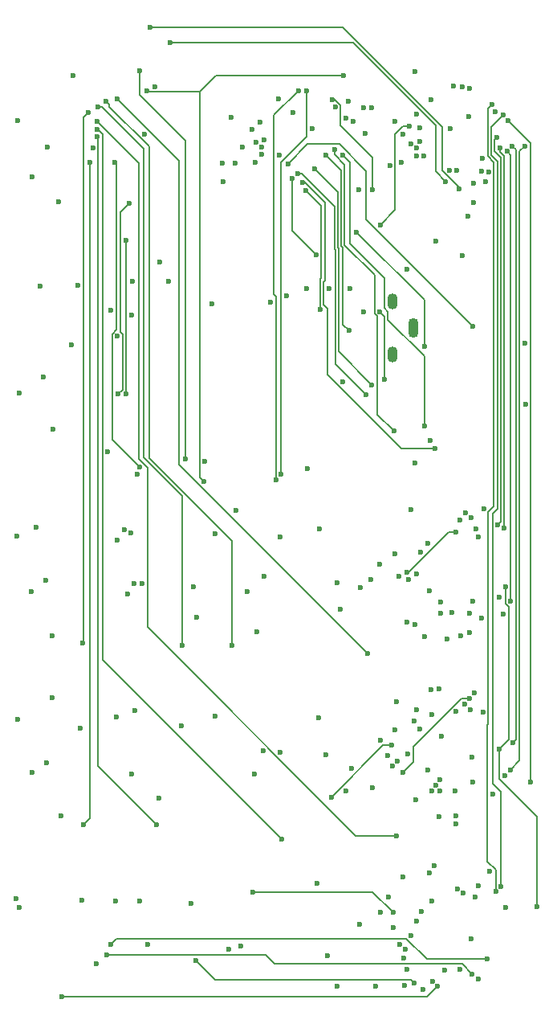
<source format=gbr>
%TF.GenerationSoftware,KiCad,Pcbnew,(5.1.8)-1*%
%TF.CreationDate,2021-07-31T20:08:39-05:00*%
%TF.ProjectId,DSKY_led_display,44534b59-5f6c-4656-945f-646973706c61,rev?*%
%TF.SameCoordinates,Original*%
%TF.FileFunction,Copper,L3,Inr*%
%TF.FilePolarity,Positive*%
%FSLAX46Y46*%
G04 Gerber Fmt 4.6, Leading zero omitted, Abs format (unit mm)*
G04 Created by KiCad (PCBNEW (5.1.8)-1) date 2021-07-31 20:08:39*
%MOMM*%
%LPD*%
G01*
G04 APERTURE LIST*
%TA.AperFunction,ComponentPad*%
%ADD10O,1.100000X2.100000*%
%TD*%
%TA.AperFunction,ComponentPad*%
%ADD11O,1.100000X1.700000*%
%TD*%
%TA.AperFunction,ViaPad*%
%ADD12C,0.600000*%
%TD*%
%TA.AperFunction,Conductor*%
%ADD13C,0.200000*%
%TD*%
G04 APERTURE END LIST*
D10*
%TO.N,N/C*%
%TO.C,J1*%
X80400000Y-67400000D03*
D11*
X78250000Y-64600000D03*
X78250000Y-70200000D03*
%TD*%
D12*
%TO.N,GND*%
X52100000Y-47000000D03*
X69800000Y-46400000D03*
X67700000Y-44700000D03*
X84300000Y-46400000D03*
X86300000Y-45100000D03*
X86500000Y-131700000D03*
X83400000Y-110400000D03*
X86600000Y-112600000D03*
%TO.N,+3V3*%
X72977000Y-73027800D03*
X65348000Y-64632300D03*
X59200000Y-64817400D03*
%TO.N,g0bus0*%
X80592900Y-40334300D03*
%TO.N,g0bus2*%
X74056300Y-45602800D03*
%TO.N,g1bus0*%
X83822000Y-51929100D03*
X54746200Y-37327500D03*
%TO.N,g1bus3*%
X85246400Y-52735900D03*
X52685500Y-35696400D03*
%TO.N,g0bus3*%
X73333500Y-45250100D03*
%TO.N,g1bus1*%
X84212100Y-50761000D03*
%TO.N,g1bus2*%
X84968700Y-50803000D03*
X44563200Y-40827100D03*
%TO.N,g0bus1*%
X76046800Y-44184700D03*
%TO.N,g0bus6*%
X72180500Y-44127600D03*
X75320300Y-46870300D03*
%TO.N,g0bus5*%
X73552400Y-43511300D03*
X78500700Y-45581800D03*
%TO.N,g0bus4*%
X75171900Y-44199100D03*
%TO.N,g0bus7*%
X71923900Y-43338600D03*
X76126500Y-52797500D03*
%TO.N,dbus0*%
X66188000Y-43241700D03*
%TO.N,dbus7*%
X63844200Y-47773100D03*
%TO.N,dbus5*%
X63449300Y-46501700D03*
%TO.N,dbus12*%
X66312500Y-49153500D03*
%TO.N,dbus1*%
X61212600Y-45170800D03*
%TO.N,dbus8*%
X64693900Y-47561500D03*
X38660700Y-45518200D03*
%TO.N,dbus6*%
X62429500Y-48335200D03*
X46632800Y-48418100D03*
%TO.N,dbus13*%
X41798800Y-48322800D03*
X61676900Y-50020700D03*
%TO.N,dbus2*%
X60275600Y-50040300D03*
%TO.N,dbus9*%
X64446100Y-48311900D03*
X40227100Y-51418400D03*
%TO.N,dbus4*%
X64235500Y-45687700D03*
%TO.N,dbus11*%
X63730400Y-49938800D03*
%TO.N,dbus3*%
X60360400Y-51997000D03*
%TO.N,dbus10*%
X64446100Y-49062300D03*
X43046600Y-54059900D03*
%TO.N,g2bus0*%
X85618900Y-59773000D03*
%TO.N,g2bus3*%
X86808600Y-54150900D03*
%TO.N,g3bus0*%
X87732900Y-49516700D03*
X53720500Y-60405600D03*
%TO.N,g3bus3*%
X88096100Y-51937100D03*
X41031300Y-62994900D03*
%TO.N,g2bus1*%
X86177500Y-55585900D03*
%TO.N,g2bus2*%
X86745400Y-52159100D03*
%TO.N,g3bus1*%
X87624000Y-50890700D03*
X54586900Y-62498100D03*
%TO.N,g3bus2*%
X45071300Y-62916400D03*
X88386700Y-50919700D03*
%TO.N,ebus0*%
X67203700Y-50086300D03*
X86742100Y-67222000D03*
%TO.N,ebus7*%
X75163600Y-65648200D03*
%TO.N,fbus0*%
X82257100Y-43307500D03*
X49199700Y-68250100D03*
%TO.N,fbus7*%
X80153800Y-47946800D03*
%TO.N,ebus5*%
X71580100Y-63206600D03*
X92190000Y-68940800D03*
%TO.N,ebus12*%
X74459100Y-57313100D03*
X81588500Y-69359400D03*
%TO.N,ebus1*%
X67641200Y-51606600D03*
X70160600Y-59653700D03*
%TO.N,ebus8*%
X73731700Y-63206600D03*
%TO.N,fbus5*%
X81085300Y-46275600D03*
X74649500Y-52793200D03*
%TO.N,fbus12*%
X44346200Y-69110100D03*
X82781700Y-58197800D03*
%TO.N,fbus1*%
X77944200Y-50253300D03*
%TO.N,fbus8*%
X81152900Y-47726500D03*
%TO.N,ebus6*%
X70047400Y-50592500D03*
X76048700Y-73367800D03*
%TO.N,ebus13*%
X76898700Y-65654300D03*
X77404800Y-72767000D03*
%TO.N,fbus6*%
X79198200Y-49956000D03*
%TO.N,fbus13*%
X41363000Y-72536300D03*
X79793400Y-61172700D03*
%TO.N,ebus2*%
X68202300Y-51088700D03*
X75414100Y-74436800D03*
%TO.N,ebus9*%
X71176400Y-49148400D03*
X73620000Y-67658900D03*
%TO.N,ebus4*%
X69090900Y-52858200D03*
X70637800Y-65454900D03*
X92257200Y-75396000D03*
%TO.N,ebus11*%
X72981500Y-49191400D03*
X81588300Y-77711500D03*
%TO.N,fbus2*%
X80771600Y-44824600D03*
X50109900Y-58160800D03*
X50109900Y-74297100D03*
%TO.N,fbus9*%
X80799500Y-48434500D03*
X38875600Y-74243500D03*
%TO.N,fbus4*%
X80040400Y-46145500D03*
X76973300Y-56501000D03*
%TO.N,fbus11*%
X81549400Y-49241300D03*
X50837100Y-62492900D03*
%TO.N,ebus3*%
X68761500Y-52027200D03*
X82739500Y-80079500D03*
%TO.N,ebus10*%
X72104800Y-48613400D03*
X78362300Y-78233000D03*
%TO.N,fbus3*%
X79315600Y-46977400D03*
%TO.N,fbus10*%
X80799100Y-49213400D03*
X42394900Y-78038100D03*
%TO.N,g4bus0*%
X80635000Y-81572500D03*
X48485000Y-65485400D03*
%TO.N,g4bus1*%
X69217900Y-82225500D03*
X50702400Y-66045200D03*
%TO.N,g4bus2*%
X48901100Y-49933800D03*
X51558000Y-82021600D03*
%TO.N,g4bus3*%
X50427000Y-54244800D03*
X49318100Y-74294800D03*
%TO.N,abus0*%
X87843600Y-86446900D03*
%TO.N,abus7*%
X80167900Y-86529400D03*
%TO.N,abus14*%
X81211600Y-91000200D03*
X61721300Y-86592400D03*
%TO.N,abus21*%
X78877400Y-93510100D03*
X50631400Y-88987900D03*
%TO.N,abus28*%
X84480900Y-97303100D03*
X40627700Y-88402000D03*
%TO.N,sabus0*%
X89575600Y-48419400D03*
X90042200Y-88477900D03*
%TO.N,abus5*%
X85355600Y-87633400D03*
%TO.N,abus1*%
X87296100Y-89359800D03*
%TO.N,abus12*%
X81924800Y-90039200D03*
%TO.N,abus19*%
X80779700Y-93310000D03*
X66375100Y-89417600D03*
%TO.N,abus8*%
X70538900Y-88551600D03*
%TO.N,abus15*%
X78473300Y-91191700D03*
X59483000Y-89010400D03*
%TO.N,abus26*%
X81583700Y-99878500D03*
%TO.N,abus33*%
X86690000Y-96179900D03*
X49937900Y-88581700D03*
%TO.N,abus22*%
X82127500Y-95068100D03*
X49227900Y-89742100D03*
%TO.N,abus29*%
X83985800Y-100142500D03*
X38620300Y-89342900D03*
%TO.N,abus6*%
X84909900Y-88860000D03*
X79781800Y-93110500D03*
%TO.N,sabus1*%
X89217500Y-47322800D03*
X89341700Y-88097200D03*
%TO.N,abus13*%
X76903700Y-92265900D03*
%TO.N,abus20*%
X79961800Y-93862200D03*
X64670100Y-93548900D03*
%TO.N,abus27*%
X83311100Y-97450600D03*
X51832400Y-94270000D03*
%TO.N,abus34*%
X87629700Y-97952700D03*
X41666900Y-93965500D03*
%TO.N,abus2*%
X87021000Y-88518800D03*
%TO.N,abus4*%
X85939400Y-86803700D03*
%TO.N,abus9*%
X72404900Y-94248200D03*
%TO.N,abus16*%
X62929000Y-95180700D03*
%TO.N,abus11*%
X75971200Y-93842300D03*
%TO.N,abus18*%
X72707700Y-97033300D03*
%TO.N,abus23*%
X79735700Y-98332400D03*
X50299600Y-95409000D03*
%TO.N,abus30*%
X85393800Y-99764500D03*
X40107400Y-95164700D03*
%TO.N,abus25*%
X83336400Y-96205700D03*
X57271300Y-94598400D03*
%TO.N,abus32*%
X86363100Y-97391500D03*
X50935900Y-94274400D03*
%TO.N,abus3*%
X86510600Y-87339500D03*
%TO.N,sabus2*%
X90328100Y-48743000D03*
X90721600Y-96185800D03*
%TO.N,abus10*%
X74858100Y-94697500D03*
%TO.N,abus17*%
X63905100Y-99410600D03*
%TO.N,abus24*%
X80620200Y-98595100D03*
X57610300Y-97818400D03*
%TO.N,abus31*%
X86383200Y-99487500D03*
X42293300Y-99770900D03*
%TO.N,g5bus0*%
X49167200Y-43209200D03*
X75594300Y-101647600D03*
%TO.N,g5bus1*%
X48000000Y-43500000D03*
X61290900Y-100802700D03*
%TO.N,g5bus2*%
X47200000Y-44049500D03*
X56046000Y-100796700D03*
%TO.N,g5bus3*%
X46111800Y-44714200D03*
X45554600Y-100583400D03*
%TO.N,bbus0*%
X82301800Y-105440600D03*
%TO.N,sbbus0*%
X90878500Y-48222700D03*
X90939000Y-111080200D03*
%TO.N,bbus7*%
X83119100Y-105409800D03*
%TO.N,bbus14*%
X78663900Y-106710600D03*
%TO.N,bbus21*%
X78768800Y-112979200D03*
X51080200Y-107644100D03*
%TO.N,bbus28*%
X82369700Y-116161700D03*
X42372900Y-106283400D03*
%TO.N,bbus5*%
X86831400Y-105819300D03*
%TO.N,bbus1*%
X87774000Y-107817800D03*
X80503700Y-108783800D03*
%TO.N,bbus12*%
X80782100Y-107611200D03*
%TO.N,bbus19*%
X79862100Y-112211500D03*
%TO.N,bbus8*%
X70427700Y-108448100D03*
%TO.N,bbus15*%
X78486400Y-109714500D03*
X59497300Y-108263400D03*
%TO.N,bbus26*%
X82787600Y-115512600D03*
X55945500Y-109289000D03*
%TO.N,bbus33*%
X86732000Y-115210100D03*
X45312400Y-109527000D03*
%TO.N,bbus22*%
X78244200Y-113545900D03*
X49086500Y-108314400D03*
%TO.N,bbus29*%
X84801600Y-116161300D03*
X38710500Y-108619400D03*
%TO.N,sbbus1*%
X92172100Y-48199600D03*
X90656700Y-113908600D03*
%TO.N,bbus6*%
X84963000Y-107793500D03*
X81961300Y-113909900D03*
%TO.N,bbus13*%
X81129200Y-109593500D03*
%TO.N,bbus20*%
X77750900Y-112453700D03*
X66384100Y-112112400D03*
%TO.N,bbus27*%
X83199800Y-116161700D03*
%TO.N,bbus34*%
X88851400Y-116444000D03*
X41712500Y-113160600D03*
%TO.N,bbus2*%
X86358400Y-106444100D03*
X79369800Y-114207400D03*
%TO.N,bbus4*%
X85861100Y-107033700D03*
%TO.N,bbus9*%
X71213700Y-112302200D03*
%TO.N,bbus16*%
X76951200Y-110836800D03*
X64586100Y-111947300D03*
%TO.N,bbus11*%
X82349900Y-108095400D03*
%TO.N,bbus18*%
X73892600Y-113796900D03*
%TO.N,bbus23*%
X76091400Y-115823700D03*
X50758600Y-114359600D03*
%TO.N,bbus30*%
X83116500Y-118880800D03*
X40196900Y-114207400D03*
%TO.N,bbus25*%
X83254600Y-114918200D03*
X63674300Y-114337900D03*
%TO.N,bbus32*%
X84964200Y-119604600D03*
%TO.N,sbbus2*%
X90429200Y-45531600D03*
X92835900Y-115174300D03*
%TO.N,bbus3*%
X86465000Y-107559300D03*
%TO.N,bbus10*%
X73302400Y-116162500D03*
%TO.N,bbus17*%
X78169700Y-111337100D03*
X71761500Y-116822800D03*
%TO.N,bbus24*%
X80696600Y-117095000D03*
X53585900Y-116924600D03*
%TO.N,bbus31*%
X84897400Y-118722500D03*
X43236200Y-118748300D03*
%TO.N,g6bus0*%
X47064800Y-45619200D03*
X78666700Y-120853000D03*
%TO.N,g6bus1*%
X47060600Y-46459900D03*
X66566300Y-121214400D03*
%TO.N,g6bus2*%
X47052100Y-47210300D03*
X53333100Y-119675000D03*
%TO.N,g6bus3*%
X46282400Y-49931500D03*
X45673700Y-119657000D03*
%TO.N,scbus0*%
X89902200Y-44971000D03*
X89664900Y-126174600D03*
%TO.N,cbus0*%
X88511400Y-124628300D03*
%TO.N,cbus7*%
X79313700Y-125202900D03*
%TO.N,cbus14*%
X78285500Y-128933600D03*
X63489200Y-126800300D03*
%TO.N,cbus21*%
X79553900Y-132822800D03*
X51549500Y-127732600D03*
%TO.N,cbus28*%
X81426700Y-137047400D03*
X38890800Y-128452200D03*
%TO.N,cbus5*%
X85052600Y-126447900D03*
%TO.N,cbus1*%
X82663200Y-124046300D03*
%TO.N,cbus12*%
X77792500Y-127310200D03*
%TO.N,cbus19*%
X76980000Y-128898600D03*
%TO.N,scbus1*%
X89066300Y-44588800D03*
X90150700Y-128458200D03*
%TO.N,cbus8*%
X70259600Y-125915000D03*
%TO.N,cbus15*%
X80800800Y-129882500D03*
%TO.N,cbus26*%
X56971200Y-127984200D03*
%TO.N,cbus33*%
X87300900Y-135989500D03*
X45442000Y-127683800D03*
%TO.N,cbus22*%
X79408700Y-133717300D03*
X49047500Y-127732600D03*
%TO.N,cbus29*%
X82436900Y-136185700D03*
X38521300Y-127466400D03*
%TO.N,cbus6*%
X82151000Y-124779800D03*
%TO.N,cbus13*%
X74748100Y-130217000D03*
%TO.N,cbus20*%
X79012200Y-132272400D03*
X62249100Y-132511300D03*
%TO.N,cbus27*%
X83733300Y-134983500D03*
X52380200Y-132324000D03*
%TO.N,cbus34*%
X88219900Y-133848200D03*
X48497600Y-132320400D03*
%TO.N,cbus2*%
X86992600Y-127314700D03*
X81288100Y-128813000D03*
%TO.N,scbus2*%
X88698800Y-43862600D03*
X89114600Y-126704400D03*
%TO.N,cbus4*%
X85689800Y-126882200D03*
%TO.N,cbus9*%
X71404000Y-133522000D03*
%TO.N,cbus16*%
X78279900Y-130556400D03*
X60935600Y-132791000D03*
%TO.N,cbus11*%
X82378700Y-127711500D03*
%TO.N,cbus18*%
X80140200Y-131371800D03*
%TO.N,cbus23*%
X79778700Y-134958900D03*
%TO.N,cbus30*%
X85355000Y-134934500D03*
X47030200Y-134348100D03*
%TO.N,cbus25*%
X80516000Y-136401400D03*
X57466400Y-134038300D03*
%TO.N,cbus32*%
X86637900Y-135475400D03*
X48087600Y-133408400D03*
%TO.N,cbus3*%
X87313200Y-126101900D03*
%TO.N,cbus10*%
X72393100Y-136749300D03*
%TO.N,cbus17*%
X76429700Y-136750800D03*
%TO.N,cbus24*%
X79511600Y-136631200D03*
%TO.N,cbus31*%
X83009200Y-136686600D03*
X43376600Y-137824600D03*
%TO.N,Net-(C8-Pad1)*%
X69163600Y-63206600D03*
X67064100Y-63991300D03*
%TO.N,/SCL0*%
X65930800Y-83362700D03*
X68312700Y-42364000D03*
X89953800Y-97545100D03*
%TO.N,/SDA0*%
X69151600Y-42357200D03*
X66500400Y-82791100D03*
X89467100Y-111731000D03*
X93473100Y-128341100D03*
X90171200Y-94597900D03*
X51286100Y-82791100D03*
%TO.N,/SCL1*%
X56388100Y-81136100D03*
X84694600Y-41884500D03*
X51602000Y-40237700D03*
%TO.N,/SDA1*%
X85565000Y-42011600D03*
X73110600Y-40804100D03*
X52312700Y-42361900D03*
X58339700Y-83536400D03*
%TO.N,VCC*%
X48203000Y-80438400D03*
X86354500Y-42153900D03*
X82205300Y-79222800D03*
X53175000Y-41938200D03*
X90052400Y-114524400D03*
X89489000Y-95707200D03*
X58463400Y-81438300D03*
%TD*%
D13*
%TO.N,g1bus0*%
X83822000Y-51929100D02*
X82779300Y-50886400D01*
X82779300Y-50886400D02*
X82779300Y-46048800D01*
X82779300Y-46048800D02*
X74058000Y-37327500D01*
X74058000Y-37327500D02*
X54746200Y-37327500D01*
%TO.N,g1bus3*%
X85246400Y-52735900D02*
X85246400Y-52575300D01*
X85246400Y-52575300D02*
X83442200Y-50771100D01*
X83442200Y-50771100D02*
X83442200Y-46193300D01*
X83442200Y-46193300D02*
X72945300Y-35696400D01*
X72945300Y-35696400D02*
X52685500Y-35696400D01*
%TO.N,g0bus7*%
X76126500Y-52797500D02*
X76126500Y-49415800D01*
X76126500Y-49415800D02*
X72767300Y-46056600D01*
X72767300Y-46056600D02*
X72767300Y-43926800D01*
X72767300Y-43926800D02*
X72179100Y-43338600D01*
X72179100Y-43338600D02*
X71923900Y-43338600D01*
%TO.N,ebus0*%
X67203700Y-50086300D02*
X69270800Y-48019200D01*
X69270800Y-48019200D02*
X72606400Y-48019200D01*
X72606400Y-48019200D02*
X75433200Y-50846000D01*
X75433200Y-50846000D02*
X75433200Y-55913100D01*
X75433200Y-55913100D02*
X86742100Y-67222000D01*
%TO.N,ebus12*%
X74459100Y-57313100D02*
X81588500Y-64442500D01*
X81588500Y-64442500D02*
X81588500Y-69359400D01*
%TO.N,ebus1*%
X67641200Y-51606600D02*
X67641200Y-57134300D01*
X67641200Y-57134300D02*
X70160600Y-59653700D01*
%TO.N,ebus6*%
X70047400Y-50592500D02*
X72479300Y-53024400D01*
X72479300Y-53024400D02*
X72479300Y-58907700D01*
X72479300Y-58907700D02*
X72540700Y-58969100D01*
X72540700Y-58969100D02*
X72540700Y-69859800D01*
X72540700Y-69859800D02*
X76048700Y-73367800D01*
%TO.N,ebus13*%
X76898700Y-65654300D02*
X77404800Y-66160400D01*
X77404800Y-66160400D02*
X77404800Y-72767000D01*
%TO.N,ebus2*%
X68202300Y-51088700D02*
X68653900Y-51088700D01*
X68653900Y-51088700D02*
X72129000Y-54563800D01*
X72129000Y-54563800D02*
X72129000Y-59052800D01*
X72129000Y-59052800D02*
X72190400Y-59114200D01*
X72190400Y-59114200D02*
X72190400Y-71213100D01*
X72190400Y-71213100D02*
X75414100Y-74436800D01*
%TO.N,ebus9*%
X71176400Y-49148400D02*
X72829600Y-50801600D01*
X72829600Y-50801600D02*
X72829600Y-58762600D01*
X72829600Y-58762600D02*
X73006100Y-58939100D01*
X73006100Y-58939100D02*
X73006100Y-67045000D01*
X73006100Y-67045000D02*
X73620000Y-67658900D01*
%TO.N,ebus4*%
X70637800Y-65454900D02*
X70637800Y-62189400D01*
X70637800Y-62189400D02*
X70725400Y-62101800D01*
X70725400Y-62101800D02*
X70725400Y-54492700D01*
X70725400Y-54492700D02*
X69090900Y-52858200D01*
%TO.N,ebus11*%
X81588300Y-77711500D02*
X81588300Y-70343900D01*
X81588300Y-70343900D02*
X77766100Y-66521700D01*
X77766100Y-66521700D02*
X77766100Y-65645600D01*
X77766100Y-65645600D02*
X77354600Y-65234100D01*
X77354600Y-65234100D02*
X77354600Y-62121800D01*
X77354600Y-62121800D02*
X73705300Y-58472500D01*
X73705300Y-58472500D02*
X73705300Y-49915200D01*
X73705300Y-49915200D02*
X72981500Y-49191400D01*
%TO.N,fbus2*%
X50109900Y-58160800D02*
X50109900Y-74297100D01*
%TO.N,fbus4*%
X76973300Y-56501000D02*
X78519200Y-54955100D01*
X78519200Y-54955100D02*
X78519200Y-46976400D01*
X78519200Y-46976400D02*
X79350100Y-46145500D01*
X79350100Y-46145500D02*
X80040400Y-46145500D01*
%TO.N,ebus3*%
X68761500Y-52027200D02*
X69038400Y-52027200D01*
X69038400Y-52027200D02*
X71147800Y-54136600D01*
X71147800Y-54136600D02*
X71147800Y-62350100D01*
X71147800Y-62350100D02*
X70988100Y-62509800D01*
X70988100Y-62509800D02*
X70988100Y-64957700D01*
X70988100Y-64957700D02*
X71363400Y-65333000D01*
X71363400Y-65333000D02*
X71363400Y-72244800D01*
X71363400Y-72244800D02*
X79198100Y-80079500D01*
X79198100Y-80079500D02*
X82739500Y-80079500D01*
%TO.N,ebus10*%
X72104800Y-48613400D02*
X72104800Y-49092800D01*
X72104800Y-49092800D02*
X73180000Y-50168000D01*
X73180000Y-50168000D02*
X73180000Y-58617500D01*
X73180000Y-58617500D02*
X76348300Y-61785800D01*
X76348300Y-61785800D02*
X76348300Y-65882200D01*
X76348300Y-65882200D02*
X76608200Y-66142100D01*
X76608200Y-66142100D02*
X76608200Y-76478900D01*
X76608200Y-76478900D02*
X78362300Y-78233000D01*
%TO.N,g4bus2*%
X48901100Y-49933800D02*
X49088700Y-50121400D01*
X49088700Y-50121400D02*
X49088700Y-67582900D01*
X49088700Y-67582900D02*
X48649400Y-68022200D01*
X48649400Y-68022200D02*
X48649400Y-79113000D01*
X48649400Y-79113000D02*
X51558000Y-82021600D01*
%TO.N,g4bus3*%
X49318100Y-74294800D02*
X49750000Y-73862900D01*
X49750000Y-73862900D02*
X49750000Y-68022100D01*
X49750000Y-68022100D02*
X49526700Y-67798800D01*
X49526700Y-67798800D02*
X49526700Y-55145100D01*
X49526700Y-55145100D02*
X50427000Y-54244800D01*
%TO.N,sabus0*%
X90042200Y-88477900D02*
X90042200Y-49271100D01*
X90042200Y-49271100D02*
X89575600Y-48804500D01*
X89575600Y-48804500D02*
X89575600Y-48419400D01*
%TO.N,abus6*%
X79781800Y-93110500D02*
X79939000Y-93110500D01*
X79939000Y-93110500D02*
X84189500Y-88860000D01*
X84189500Y-88860000D02*
X84909900Y-88860000D01*
%TO.N,sabus1*%
X89217500Y-47322800D02*
X89020300Y-47520000D01*
X89020300Y-47520000D02*
X89020300Y-48744600D01*
X89020300Y-48744600D02*
X89691900Y-49416200D01*
X89691900Y-49416200D02*
X89691900Y-87747000D01*
X89691900Y-87747000D02*
X89341700Y-88097200D01*
%TO.N,sabus2*%
X90721600Y-96185800D02*
X90721600Y-49136500D01*
X90721600Y-49136500D02*
X90328100Y-48743000D01*
%TO.N,g5bus0*%
X49167200Y-43209200D02*
X55686300Y-49728300D01*
X55686300Y-49728300D02*
X55686300Y-81739700D01*
X55686300Y-81739700D02*
X55686400Y-81739700D01*
X55686400Y-81739700D02*
X75594300Y-101647600D01*
%TO.N,g5bus1*%
X48366000Y-44054900D02*
X52540700Y-48229600D01*
X52540700Y-48229600D02*
X52540700Y-81060000D01*
X52540700Y-81060000D02*
X61290900Y-89810200D01*
X61290900Y-89810200D02*
X61290900Y-100802700D01*
X48366000Y-43866000D02*
X48000000Y-43500000D01*
X48366000Y-44054900D02*
X48366000Y-43866000D01*
%TO.N,g5bus2*%
X47582300Y-44049500D02*
X52015200Y-48482400D01*
X52015200Y-48482400D02*
X52015200Y-81030000D01*
X52015200Y-81030000D02*
X56046000Y-85060800D01*
X56046000Y-85060800D02*
X56046000Y-100796700D01*
X47582300Y-44049500D02*
X47200000Y-44049500D01*
%TO.N,g5bus3*%
X45554600Y-100583400D02*
X45668500Y-100469500D01*
X45668500Y-100469500D02*
X45668500Y-45157500D01*
X45668500Y-45157500D02*
X46111800Y-44714200D01*
%TO.N,sbbus0*%
X90939000Y-111080200D02*
X91271900Y-110747300D01*
X91271900Y-110747300D02*
X91271900Y-48616100D01*
X91271900Y-48616100D02*
X90878500Y-48222700D01*
%TO.N,sbbus1*%
X92172100Y-48199600D02*
X91637400Y-48734300D01*
X91637400Y-48734300D02*
X91637400Y-112927900D01*
X91637400Y-112927900D02*
X90656700Y-113908600D01*
%TO.N,bbus2*%
X86358400Y-106444100D02*
X85514600Y-106444100D01*
X85514600Y-106444100D02*
X80445500Y-111513200D01*
X80445500Y-111513200D02*
X80445500Y-113131700D01*
X80445500Y-113131700D02*
X79369800Y-114207400D01*
%TO.N,sbbus2*%
X92835900Y-115174300D02*
X92835900Y-47938300D01*
X92835900Y-47938300D02*
X90429200Y-45531600D01*
%TO.N,bbus17*%
X71761500Y-116822800D02*
X77247200Y-111337100D01*
X77247200Y-111337100D02*
X78169700Y-111337100D01*
%TO.N,g6bus0*%
X47064800Y-45619200D02*
X51489800Y-50044200D01*
X51489800Y-50044200D02*
X51489800Y-81174900D01*
X51489800Y-81174900D02*
X52395700Y-82080800D01*
X52395700Y-82080800D02*
X52395700Y-98902200D01*
X52395700Y-98902200D02*
X74346500Y-120853000D01*
X74346500Y-120853000D02*
X78666700Y-120853000D01*
%TO.N,g6bus1*%
X47060600Y-46459900D02*
X47168200Y-46459900D01*
X47168200Y-46459900D02*
X47650000Y-46941700D01*
X47650000Y-46941700D02*
X47650000Y-102298100D01*
X47650000Y-102298100D02*
X66566300Y-121214400D01*
%TO.N,g6bus2*%
X53333100Y-119675000D02*
X47199800Y-113541700D01*
X47199800Y-113541700D02*
X47199800Y-47358000D01*
X47199800Y-47358000D02*
X47052100Y-47210300D01*
%TO.N,g6bus3*%
X46282400Y-49931500D02*
X46282400Y-119048300D01*
X46282400Y-119048300D02*
X45673700Y-119657000D01*
%TO.N,scbus0*%
X89902200Y-44971000D02*
X88667200Y-46206000D01*
X88667200Y-46206000D02*
X88667200Y-49135900D01*
X88667200Y-49135900D02*
X89341600Y-49810300D01*
X89341600Y-49810300D02*
X89341600Y-86398100D01*
X89341600Y-86398100D02*
X88791400Y-86948300D01*
X88791400Y-86948300D02*
X88791400Y-115388800D01*
X88791400Y-115388800D02*
X89664900Y-116262300D01*
X89664900Y-116262300D02*
X89664900Y-126174600D01*
%TO.N,cbus14*%
X78285500Y-128933600D02*
X76152300Y-126800400D01*
X76152300Y-126800400D02*
X63489200Y-126800400D01*
X63489200Y-126800400D02*
X63489200Y-126800300D01*
%TO.N,cbus34*%
X48497600Y-132320400D02*
X49134900Y-131683100D01*
X49134900Y-131683100D02*
X79673300Y-131683100D01*
X79673300Y-131683100D02*
X81838400Y-133848200D01*
X81838400Y-133848200D02*
X88219900Y-133848200D01*
%TO.N,scbus2*%
X88698800Y-43862600D02*
X88316900Y-44244500D01*
X88316900Y-44244500D02*
X88316900Y-49281000D01*
X88316900Y-49281000D02*
X88943200Y-49907300D01*
X88943200Y-49907300D02*
X88943200Y-86125800D01*
X88943200Y-86125800D02*
X88335900Y-86733100D01*
X88335900Y-86733100D02*
X88335900Y-109079200D01*
X88335900Y-109079200D02*
X88245400Y-109169700D01*
X88245400Y-109169700D02*
X88245400Y-123568000D01*
X88245400Y-123568000D02*
X89114600Y-124437200D01*
X89114600Y-124437200D02*
X89114600Y-126704400D01*
%TO.N,cbus25*%
X57466400Y-134038300D02*
X59500900Y-136072800D01*
X59500900Y-136072800D02*
X80187400Y-136072800D01*
X80187400Y-136072800D02*
X80516000Y-136401400D01*
%TO.N,cbus32*%
X86637900Y-135475400D02*
X86637900Y-135439100D01*
X86637900Y-135439100D02*
X85583000Y-134384200D01*
X85583000Y-134384200D02*
X65826900Y-134384200D01*
X65826900Y-134384200D02*
X64851100Y-133408400D01*
X64851100Y-133408400D02*
X48087600Y-133408400D01*
%TO.N,cbus31*%
X43376600Y-137824600D02*
X81871200Y-137824600D01*
X81871200Y-137824600D02*
X83009200Y-136686600D01*
%TO.N,/SCL0*%
X65930800Y-83362700D02*
X65930800Y-64029600D01*
X65930800Y-64029600D02*
X65738000Y-63836800D01*
X65738000Y-63836800D02*
X65738000Y-44938700D01*
X65738000Y-44938700D02*
X68312700Y-42364000D01*
%TO.N,/SDA0*%
X69151600Y-42357200D02*
X69151600Y-47247200D01*
X69151600Y-47247200D02*
X66500400Y-49898400D01*
X66500400Y-49898400D02*
X66500400Y-82791100D01*
X89478600Y-111731000D02*
X89467100Y-111731000D01*
X90171200Y-94597900D02*
X90171200Y-96413500D01*
X90171200Y-96413500D02*
X90504100Y-96746400D01*
X90504100Y-96746400D02*
X90504100Y-110705500D01*
X90504100Y-110705500D02*
X89478600Y-111731000D01*
X89478600Y-111731000D02*
X89478600Y-114881200D01*
X89478600Y-114881200D02*
X93473100Y-118875700D01*
X93473100Y-118875700D02*
X93473100Y-128341100D01*
%TO.N,/SCL1*%
X56388100Y-81136100D02*
X56388100Y-47627900D01*
X56388100Y-47627900D02*
X51602000Y-42841800D01*
X51602000Y-42841800D02*
X51602000Y-40237700D01*
%TO.N,/SDA1*%
X57896200Y-42488500D02*
X52439300Y-42488500D01*
X52439300Y-42488500D02*
X52312700Y-42361900D01*
X57896200Y-42488500D02*
X59580600Y-40804100D01*
X59580600Y-40804100D02*
X73110600Y-40804100D01*
X57896200Y-42488500D02*
X57896200Y-83092900D01*
X57896200Y-83092900D02*
X58339700Y-83536400D01*
%TD*%
M02*

</source>
